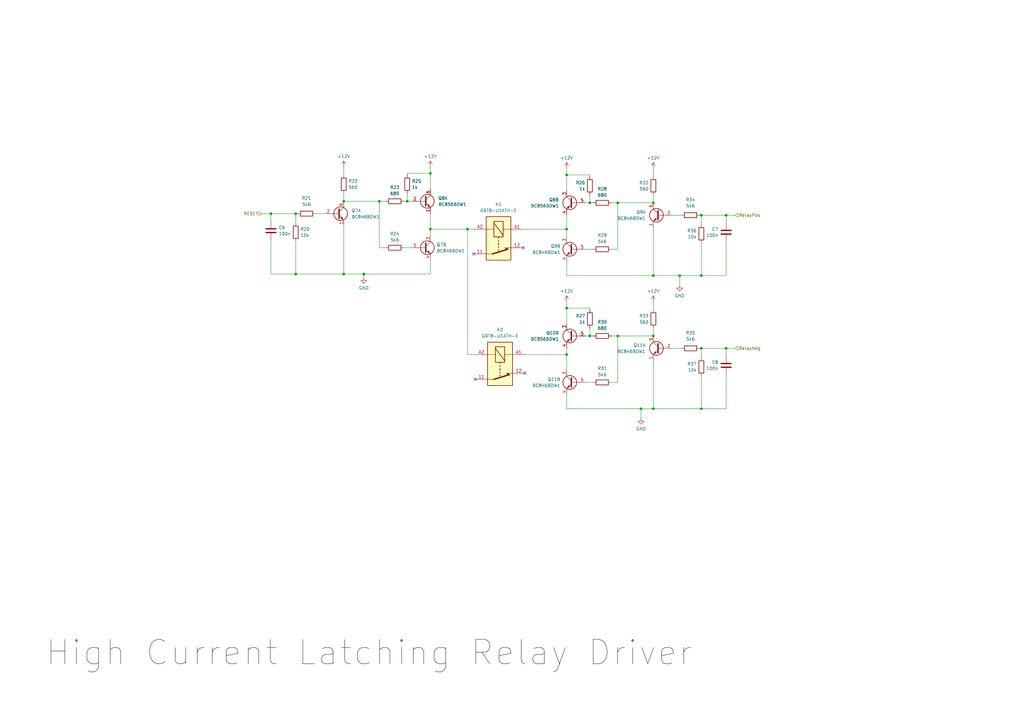
<source format=kicad_sch>
(kicad_sch (version 20230121) (generator eeschema)
  (paper "A3")
  (title_block (title "TEST137- GAVIM Upgrade V2") (date "2024-01-02") (rev "Is01.00") (company "Control Techniques"))
  (lib_symbols
    (symbol "Device:C" (pin_numbers hide) (pin_names (offset 0.254))
      (property "Reference" "C" (at 0.635 2.54 0))
      (property "Value" "C" (at 0.635 -2.54 0))
      (symbol "C_0_1"
        (polyline (pts (xy -2.032 -0.762) (xy 2.032 -0.762)) (stroke (width 0.508)))
        (polyline (pts (xy -2.032 0.762) (xy 2.032 0.762)) (stroke (width 0.508)))
      )
      (symbol "C_1_1"
        (pin passive line (at 0 3.81 270) (length 2.794) (name "~") (number "1"))
        (pin passive line (at 0 -3.81 90) (length 2.794) (name "~") (number "2"))
      )
    )
    (symbol "Device:R" (pin_numbers hide) (pin_names (offset 0))
      (property "Reference" "R" (at 2.032 0 90))
      (property "Value" "R" (at 0 0 90))
      (symbol "R_0_1"
        (rectangle (start -1.016 -2.54) (end 1.016 2.54) (stroke (width 0.254)))
      )
      (symbol "R_1_1"
        (pin passive line (at 0 3.81 270) (length 1.27) (name "~") (number "1"))
        (pin passive line (at 0 -3.81 90) (length 1.27) (name "~") (number "2"))
      )
    )
    (symbol "Relay:RAYEX-L90BS"
      (property "Reference" "K" (at 8.89 3.81 0))
      (property "Value" "RAYEX-L90BS" (at 8.89 1.27 0))
      (symbol "RAYEX-L90BS_1_0"
        (polyline (pts (xy 2.54 3.81) (xy 2.54 5.08)))
      )
      (symbol "RAYEX-L90BS_1_1"
        (rectangle (start -10.16 5.08) (end 7.62 -5.08) (stroke (width 0.254)) (fill (type background)))
        (rectangle (start -8.255 1.905) (end -1.905 -1.905) (stroke (width 0.254)))
        (polyline (pts (xy -7.62 -1.905) (xy -2.54 1.905)) (stroke (width 0.254)))
        (polyline (pts (xy -5.08 -5.08) (xy -5.08 -1.905)))
        (polyline (pts (xy -5.08 5.08) (xy -5.08 1.905)))
        (polyline (pts (xy -1.905 0) (xy -1.27 0)) (stroke (width 0.254)))
        (polyline (pts (xy -0.635 0) (xy 0 0)) (stroke (width 0.254)))
        (polyline (pts (xy 0.635 0) (xy 1.27 0)) (stroke (width 0.254)))
        (polyline (pts (xy 0.635 0) (xy 1.27 0)) (stroke (width 0.254)))
        (polyline (pts (xy 1.905 0) (xy 2.54 0)) (stroke (width 0.254)))
        (polyline (pts (xy 3.175 0) (xy 3.81 0)) (stroke (width 0.254)))
        (polyline (pts (xy 5.08 -2.54) (xy 3.175 3.81)) (stroke (width 0.508)))
        (polyline (pts (xy 5.08 -2.54) (xy 5.08 -5.08)))
        (polyline (pts (xy 2.54 2.54) (xy 3.175 3.175) (xy 2.54 3.81)) (fill (type outline)))
        (pin passive line (at 5.08 -10.16 90) (length 5.08) (name "~") (number "11"))
        (pin passive line (at 2.54 10.16 270) (length 5.08) (name "~") (number "12"))
        (pin passive line (at -5.08 10.16 270) (length 5.08) (name "~") (number "A1"))
        (pin passive line (at -5.08 -10.16 90) (length 5.08) (name "~") (number "A2"))
      )
    )
    (symbol "Transistor_BJT:BC846BDW1" (pin_names (offset 0) hide)
      (property "Reference" "Q" (at 5.08 1.27 0))
      (property "Value" "BC846BDW1" (at 5.08 -1.27 0))
      (symbol "BC846BDW1_0_1"
        (polyline (pts (xy 0.635 0) (xy -2.54 0)))
        (polyline (pts (xy 0.635 0.635) (xy 2.54 2.54)))
        (polyline (pts (xy 0.635 -0.635) (xy 2.54 -2.54) (xy 2.54 -2.54)))
        (polyline (pts (xy 0.635 1.905) (xy 0.635 -1.905) (xy 0.635 -1.905)) (stroke (width 0.508)))
        (polyline (pts (xy 1.27 -1.778) (xy 1.778 -1.27) (xy 2.286 -2.286) (xy 1.27 -1.778) (xy 1.27 -1.778)) (fill (type outline)))
        (circle (center 1.27 0) (radius 2.8194) (stroke (width 0.254)))
      )
      (symbol "BC846BDW1_1_1"
        (pin passive line (at 2.54 -5.08 90) (length 2.54) (name "E1") (number "1"))
        (pin input line (at -5.08 0 0) (length 2.54) (name "B1") (number "2"))
        (pin passive line (at 2.54 5.08 270) (length 2.54) (name "C1") (number "6"))
      )
      (symbol "BC846BDW1_2_1"
        (pin passive line (at 2.54 5.08 270) (length 2.54) (name "C2") (number "3"))
        (pin passive line (at 2.54 -5.08 90) (length 2.54) (name "E2") (number "4"))
        (pin input line (at -5.08 0 0) (length 2.54) (name "B2") (number "5"))
      )
    )
    (symbol "Transistor_BJT:BC856BDW1" (pin_names (offset 0) hide)
      (property "Reference" "Q" (at 5.08 1.27 0))
      (property "Value" "BC856BDW1" (at 5.08 -1.27 0))
      (symbol "BC856BDW1_0_1"
        (polyline (pts (xy 0.635 0) (xy -2.54 0)))
        (polyline (pts (xy 0.635 0.635) (xy 2.54 2.54)))
        (polyline (pts (xy 0.635 -0.635) (xy 2.54 -2.54) (xy 2.54 -2.54)))
        (polyline (pts (xy 0.635 1.905) (xy 0.635 -1.905) (xy 0.635 -1.905)) (stroke (width 0.508)))
        (polyline (pts (xy 2.286 -1.778) (xy 1.778 -2.286) (xy 1.27 -1.27) (xy 2.286 -1.778) (xy 2.286 -1.778)) (fill (type outline)))
        (circle (center 1.27 0) (radius 2.8194) (stroke (width 0.254)))
      )
      (symbol "BC856BDW1_1_1"
        (pin passive line (at 2.54 -5.08 90) (length 2.54) (name "E1") (number "1"))
        (pin input line (at -5.08 0 0) (length 2.54) (name "B1") (number "2"))
        (pin passive line (at 2.54 5.08 270) (length 2.54) (name "C1") (number "6"))
      )
      (symbol "BC856BDW1_2_1"
        (pin passive line (at 2.54 5.08 270) (length 2.54) (name "C2") (number "3"))
        (pin passive line (at 2.54 -5.08 90) (length 2.54) (name "E2") (number "4"))
        (pin input line (at -5.08 0 0) (length 2.54) (name "B2") (number "5"))
      )
    )
    (symbol "power:+12V" (power) (pin_names (offset 0))
      (property "Value" "+12V" (at 0 3.556 0))
      (symbol "+12V_0_1"
        (polyline (pts (xy -0.762 1.27) (xy 0 2.54)))
        (polyline (pts (xy 0 0) (xy 0 2.54)))
        (polyline (pts (xy 0 2.54) (xy 0.762 1.27)))
      )
      (symbol "+12V_1_1"
        (pin power_in line (at 0 0 90) (length 0) hide (name "+12V") (number "1"))
      )
    )
    (symbol "power:GND" (power) (pin_names (offset 0))
      (property "Value" "GND" (at 0 -3.81 0))
      (symbol "GND_0_1"
        (polyline (pts (xy 0 0) (xy 0 -1.27) (xy 1.27 -1.27) (xy 0 -2.54) (xy -1.27 -1.27) (xy 0 -1.27)))
      )
      (symbol "GND_1_1"
        (pin power_in line (at 0 0 270) (length 0) hide (name "GND") (number "1"))
      )
    )
  )
  (junction (at 297.815 142.875))
  (junction (at 155.575 82.55))
  (junction (at 267.97 167.64))
  (junction (at 167.005 82.55))
  (junction (at 267.97 137.795))
  (junction (at 287.655 142.875))
  (junction (at 267.97 83.185))
  (junction (at 232.41 93.98))
  (junction (at 297.815 88.265))
  (junction (at 253.365 83.185))
  (junction (at 140.97 82.55))
  (junction (at 287.655 88.265))
  (junction (at 278.765 113.03))
  (junction (at 140.97 112.395))
  (junction (at 191.77 93.98))
  (junction (at 176.53 71.12))
  (junction (at 149.225 112.395))
  (junction (at 262.89 167.64))
  (junction (at 287.655 113.03))
  (junction (at 253.365 137.795))
  (junction (at 232.41 71.755))
  (junction (at 111.125 87.63))
  (junction (at 241.935 83.185))
  (junction (at 287.655 167.64))
  (junction (at 267.97 113.03))
  (junction (at 232.41 145.415))
  (junction (at 232.41 126.365))
  (junction (at 241.935 137.795))
  (junction (at 121.285 112.395))
  (junction (at 176.53 93.98))
  (junction (at 121.285 87.63))
  (no_connect (at 194.31 104.14))
  (no_connect (at 214.63 101.6))
  (no_connect (at 215.265 153.035))
  (no_connect (at 194.945 155.575))
  (wire (pts (xy 176.53 93.98) (xy 176.53 96.52)))
  (wire (pts (xy 267.97 137.795) (xy 253.365 137.795)))
  (wire (pts (xy 176.53 112.395) (xy 149.225 112.395)))
  (wire (pts (xy 129.54 87.63) (xy 133.35 87.63)))
  (wire (pts (xy 232.41 167.64) (xy 262.89 167.64)))
  (wire (pts (xy 140.97 82.55) (xy 155.575 82.55)))
  (wire (pts (xy 149.225 112.395) (xy 140.97 112.395)))
  (wire (pts (xy 232.41 123.825) (xy 232.41 126.365)))
  (wire (pts (xy 111.125 112.395) (xy 121.285 112.395)))
  (wire (pts (xy 297.815 146.05) (xy 297.815 142.875)))
  (wire (pts (xy 287.655 142.875) (xy 287.02 142.875)))
  (wire (pts (xy 297.815 91.44) (xy 297.815 88.265)))
  (wire (pts (xy 267.97 83.185) (xy 253.365 83.185)))
  (wire (pts (xy 287.655 113.03) (xy 287.655 99.695)))
  (wire (pts (xy 155.575 101.6) (xy 155.575 82.55)))
  (wire (pts (xy 253.365 156.845) (xy 253.365 137.795)))
  (wire (pts (xy 267.97 69.215) (xy 267.97 72.39)))
  (wire (pts (xy 176.53 87.63) (xy 176.53 93.98)))
  (wire (pts (xy 287.655 142.875) (xy 287.655 146.685)))
  (wire (pts (xy 297.815 142.875) (xy 287.655 142.875)))
  (wire (pts (xy 111.125 98.425) (xy 111.125 112.395)))
  (wire (pts (xy 232.41 161.925) (xy 232.41 167.64)))
  (wire (pts (xy 176.53 106.68) (xy 176.53 112.395)))
  (wire (pts (xy 232.41 107.315) (xy 232.41 113.03)))
  (wire (pts (xy 176.53 93.98) (xy 191.77 93.98)))
  (wire (pts (xy 267.97 167.64) (xy 287.655 167.64)))
  (wire (pts (xy 232.41 69.215) (xy 232.41 71.755)))
  (wire (pts (xy 232.41 145.415) (xy 232.41 151.765)))
  (wire (pts (xy 140.97 79.375) (xy 140.97 82.55)))
  (wire (pts (xy 301.625 142.875) (xy 297.815 142.875)))
  (wire (pts (xy 243.205 83.185) (xy 241.935 83.185)))
  (wire (pts (xy 253.365 137.795) (xy 250.825 137.795)))
  (wire (pts (xy 243.205 102.235) (xy 240.03 102.235)))
  (wire (pts (xy 267.97 123.825) (xy 267.97 127)))
  (wire (pts (xy 279.4 88.265) (xy 275.59 88.265)))
  (wire (pts (xy 149.225 112.395) (xy 149.225 113.665)))
  (wire (pts (xy 121.285 87.63) (xy 121.92 87.63)))
  (wire (pts (xy 262.89 167.64) (xy 262.89 171.45)))
  (wire (pts (xy 167.005 82.55) (xy 168.91 82.55)))
  (wire (pts (xy 241.935 83.185) (xy 240.03 83.185)))
  (wire (pts (xy 262.89 167.64) (xy 267.97 167.64)))
  (wire (pts (xy 267.97 134.62) (xy 267.97 137.795)))
  (wire (pts (xy 155.575 82.55) (xy 158.115 82.55)))
  (wire (pts (xy 232.41 93.98) (xy 232.41 97.155)))
  (wire (pts (xy 165.735 101.6) (xy 168.91 101.6)))
  (wire (pts (xy 232.41 88.265) (xy 232.41 93.98)))
  (wire (pts (xy 158.115 101.6) (xy 155.575 101.6)))
  (wire (pts (xy 194.945 145.415) (xy 191.77 145.415)))
  (wire (pts (xy 167.005 71.12) (xy 176.53 71.12)))
  (wire (pts (xy 121.285 112.395) (xy 121.285 99.06)))
  (wire (pts (xy 297.815 113.03) (xy 287.655 113.03)))
  (wire (pts (xy 243.205 137.795) (xy 241.935 137.795)))
  (wire (pts (xy 250.825 102.235) (xy 253.365 102.235)))
  (wire (pts (xy 297.815 153.67) (xy 297.815 167.64)))
  (wire (pts (xy 241.935 137.795) (xy 240.03 137.795)))
  (wire (pts (xy 214.63 93.98) (xy 232.41 93.98)))
  (wire (pts (xy 232.41 71.755) (xy 232.41 78.105)))
  (wire (pts (xy 232.41 126.365) (xy 232.41 132.715)))
  (wire (pts (xy 232.41 142.875) (xy 232.41 145.415)))
  (wire (pts (xy 241.935 71.755) (xy 241.935 72.39)))
  (wire (pts (xy 241.935 126.365) (xy 232.41 126.365)))
  (wire (pts (xy 107.315 87.63) (xy 111.125 87.63)))
  (wire (pts (xy 232.41 113.03) (xy 267.97 113.03)))
  (wire (pts (xy 267.97 80.01) (xy 267.97 83.185)))
  (wire (pts (xy 253.365 102.235) (xy 253.365 83.185)))
  (wire (pts (xy 287.655 88.265) (xy 287.02 88.265)))
  (wire (pts (xy 191.77 93.98) (xy 194.31 93.98)))
  (wire (pts (xy 287.655 167.64) (xy 287.655 154.305)))
  (wire (pts (xy 176.53 68.58) (xy 176.53 71.12)))
  (wire (pts (xy 267.97 93.345) (xy 267.97 113.03)))
  (wire (pts (xy 111.125 90.805) (xy 111.125 87.63)))
  (wire (pts (xy 140.97 68.58) (xy 140.97 71.755)))
  (wire (pts (xy 278.765 113.03) (xy 278.765 116.84)))
  (wire (pts (xy 176.53 71.12) (xy 176.53 77.47)))
  (wire (pts (xy 140.97 92.71) (xy 140.97 112.395)))
  (wire (pts (xy 279.4 142.875) (xy 275.59 142.875)))
  (wire (pts (xy 297.815 88.265) (xy 287.655 88.265)))
  (wire (pts (xy 241.935 126.365) (xy 241.935 127)))
  (wire (pts (xy 297.815 167.64) (xy 287.655 167.64)))
  (wire (pts (xy 301.625 88.265) (xy 297.815 88.265)))
  (wire (pts (xy 121.285 87.63) (xy 121.285 91.44)))
  (wire (pts (xy 253.365 83.185) (xy 250.825 83.185)))
  (wire (pts (xy 278.765 113.03) (xy 287.655 113.03)))
  (wire (pts (xy 167.005 71.12) (xy 167.005 71.755)))
  (wire (pts (xy 267.97 147.955) (xy 267.97 167.64)))
  (wire (pts (xy 287.655 88.265) (xy 287.655 92.075)))
  (wire (pts (xy 165.735 82.55) (xy 167.005 82.55)))
  (wire (pts (xy 241.935 71.755) (xy 232.41 71.755)))
  (wire (pts (xy 267.97 113.03) (xy 278.765 113.03)))
  (wire (pts (xy 140.97 112.395) (xy 121.285 112.395)))
  (wire (pts (xy 191.77 93.98) (xy 191.77 145.415)))
  (wire (pts (xy 215.265 145.415) (xy 232.41 145.415)))
  (wire (pts (xy 241.935 134.62) (xy 241.935 137.795)))
  (wire (pts (xy 241.935 80.01) (xy 241.935 83.185)))
  (wire (pts (xy 111.125 87.63) (xy 121.285 87.63)))
  (wire (pts (xy 167.005 79.375) (xy 167.005 82.55)))
  (wire (pts (xy 297.815 99.06) (xy 297.815 113.03)))
  (wire (pts (xy 250.825 156.845) (xy 253.365 156.845)))
  (wire (pts (xy 243.205 156.845) (xy 240.03 156.845)))
  (label "High Current Latching Relay Driver" (at 18.415 276.225 0) (effects (font (size 10 10))))
  (hierarchical_label "RESET" (shape input) (at 107.315 87.63 180))
  (hierarchical_label "RelayPos" (shape input) (at 301.625 88.265 0))
  (hierarchical_label "RelayNeg" (shape input) (at 301.625 142.875 0))
  (symbol (lib_id "Device:R") (at 241.935 130.81 0) (mirror y) (unit 1)
    (property "Reference" "R27" (at 240.03 129.54 0) (effects (justify left)))
    (property "Value" "1k" (at 240.03 132.08 0) (effects (justify left)))
    (property "Footprint" "Resistor_SMD:R_0603_1608Metric_Pad0.98x0.95mm_HandSolder" (effects hide))
    (property "CT Part Number" "1127-4101" (effects hide))
    (instances (project "TEST137" (path "" (reference "R27") (unit 1)) (path "" (reference "R45") (unit 1)) (path "" (reference "R63") (unit 1)) (path "" (reference "R81") (unit 1)) (path "" (reference "R117") (unit 1)) (path "" (reference "R135") (unit 1)) (path "" (reference "R99") (unit 1))))
  )
  (symbol (lib_id "power:GND") (at 262.89 171.45 0) (unit 1)
    (property "Reference" "#PWR0124" (effects hide))
    (property "Value" "GND" (at 262.89 175.895 0))
    (instances (project "TEST137" (path "" (reference "#PWR0124") (unit 1)) (path "" (reference "#PWR0125") (unit 1)) (path "" (reference "#PWR0126") (unit 1)) (path "" (reference "#PWR0127") (unit 1)) (path "" (reference "#PWR0128") (unit 1)) (path "" (reference "#PWR0129") (unit 1)) (path "" (reference "#PWR0130") (unit 1))))
  )
  (symbol (lib_id "power:+12V") (at 267.97 123.825 0) (mirror y) (unit 1)
    (property "Reference" "#PWR037" (effects hide))
    (property "Value" "+12V" (at 267.97 119.38 0))
    (instances (project "TEST137" (path "" (reference "#PWR037") (unit 1)) (path "" (reference "#PWR043") (unit 1)) (path "" (reference "#PWR049") (unit 1)) (path "" (reference "#PWR055") (unit 1)) (path "" (reference "#PWR067") (unit 1)) (path "" (reference "#PWR073") (unit 1)) (path "" (reference "#PWR061") (unit 1))))
  )
  (symbol (lib_id "Device:R") (at 247.015 83.185 90) (mirror x) (unit 1)
    (property "Reference" "R28" (at 247.015 77.47 90))
    (property "Value" "680" (at 247.015 80.01 90))
    (property "Footprint" "Resistor_SMD:R_0603_1608Metric_Pad0.98x0.95mm_HandSolder" (effects hide))
    (property "CT Part Number" "1127-3681" (effects hide))
    (instances (project "TEST137" (path "" (reference "R28") (unit 1)) (path "" (reference "R46") (unit 1)) (path "" (reference "R64") (unit 1)) (path "" (reference "R82") (unit 1)) (path "" (reference "R118") (unit 1)) (path "" (reference "R136") (unit 1)) (path "" (reference "R100") (unit 1))))
  )
  (symbol (lib_id "Device:R") (at 267.97 76.2 0) (mirror x) (unit 1)
    (property "Reference" "R32" (at 266.065 74.93 0) (effects (justify right)))
    (property "Value" "560" (at 266.065 77.47 0) (effects (justify right)))
    (property "Footprint" "Resistor_SMD:R_1206_3216Metric_Pad1.30x1.75mm_HandSolder" (effects hide))
    (property "CT Part Number" "1125-3561" (effects hide))
    (instances (project "TEST137" (path "" (reference "R32") (unit 1)) (path "" (reference "R50") (unit 1)) (path "" (reference "R68") (unit 1)) (path "" (reference "R86") (unit 1)) (path "" (reference "R122") (unit 1)) (path "" (reference "R140") (unit 1)) (path "" (reference "R104") (unit 1))))
  )
  (symbol (lib_id "Transistor_BJT:BC856BDW1") (at 234.95 137.795 0) (mirror y) (unit 2)
    (property "Reference" "Q10" (at 229.235 136.525 0) (effects (justify left)))
    (property "Value" "BC856BDW1" (at 229.235 139.065 0) (effects (justify left)))
    (property "Footprint" "Package_TO_SOT_SMD:SOT-363_SC-70-6" (effects hide))
    (property "Datasheet" "http://www.onsemi.com/pub_link/Collateral/BC856BDW1T1-D.PDF" (effects hide))
    (property "CT Part Number" "2142-3856" (effects hide))
    (instances (project "TEST137" (path "" (reference "Q10") (unit 2)) (path "" (reference "Q15") (unit 2)) (path "" (reference "Q20") (unit 2)) (path "" (reference "Q25") (unit 2)) (path "" (reference "Q37") (unit 2)) (path "" (reference "Q43") (unit 2)) (path "" (reference "Q5") (unit 2))))
  )
  (symbol (lib_id "Device:R") (at 287.655 150.495 0) (mirror x) (unit 1)
    (property "Reference" "R37" (at 285.75 149.225 0) (effects (justify right)))
    (property "Value" "10k" (at 285.75 151.765 0) (effects (justify right)))
    (property "Footprint" "Resistor_SMD:R_0603_1608Metric_Pad0.98x0.95mm_HandSolder" (effects hide))
    (property "CT Part Number" "1127-5101" (effects hide))
    (property "Mouser Part Number" "LM321" (effects hide))
    (instances (project "TEST137" (path "" (reference "R37") (unit 1)) (path "" (reference "R55") (unit 1)) (path "" (reference "R73") (unit 1)) (path "" (reference "R91") (unit 1)) (path "" (reference "R127") (unit 1)) (path "" (reference "R145") (unit 1)) (path "" (reference "R109") (unit 1))))
  )
  (symbol (lib_id "Device:C") (at 111.125 94.615 0) (unit 1)
    (property "Reference" "C6" (at 114.3 93.345 0) (effects (justify left)))
    (property "Value" "100n" (at 114.3 95.885 0) (effects (justify left)))
    (property "Footprint" "Capacitor_SMD:C_0603_1608Metric_Pad1.08x0.95mm_HandSolder" (effects hide))
    (property "CT Part Number" "1425-6103" (effects hide))
    (instances (project "TEST137" (path "" (reference "C6") (unit 1)) (path "" (reference "C9") (unit 1)) (path "" (reference "C12") (unit 1)) (path "" (reference "C15") (unit 1)) (path "" (reference "C21") (unit 1)) (path "" (reference "C24") (unit 1)) (path "" (reference "C18") (unit 1))))
  )
  (symbol (lib_id "Device:R") (at 283.21 142.875 270) (mirror x) (unit 1)
    (property "Reference" "R35" (at 283.21 136.525 90))
    (property "Value" "5k6" (at 283.21 139.065 90))
    (property "Footprint" "Resistor_SMD:R_0603_1608Metric_Pad0.98x0.95mm_HandSolder" (effects hide))
    (property "CT Part Number" "1127-4561" (effects hide))
    (instances (project "TEST137" (path "" (reference "R35") (unit 1)) (path "" (reference "R53") (unit 1)) (path "" (reference "R71") (unit 1)) (path "" (reference "R89") (unit 1)) (path "" (reference "R125") (unit 1)) (path "" (reference "R143") (unit 1)) (path "" (reference "R107") (unit 1))))
  )
  (symbol (lib_id "Transistor_BJT:BC846BDW1") (at 270.51 88.265 0) (mirror y) (unit 1)
    (property "Reference" "Q9" (at 264.795 86.995 0) (effects (justify left)))
    (property "Value" "BC846BDW1" (at 264.795 89.535 0) (effects (justify left)))
    (property "Footprint" "Package_TO_SOT_SMD:SOT-363_SC-70-6" (effects hide))
    (property "Datasheet" "http://www.onsemi.com/pub_link/Collateral/BC846BDW1T1-D.PDF" (effects hide))
    (property "CT Part Number" "2142-1846" (effects hide))
    (instances (project "TEST137" (path "" (reference "Q9") (unit 1)) (path "" (reference "Q14") (unit 1)) (path "" (reference "Q19") (unit 1)) (path "" (reference "Q24") (unit 1)) (path "" (reference "Q38") (unit 1)) (path "" (reference "Q42") (unit 1)) (path "" (reference "Q33") (unit 1))))
  )
  (symbol (lib_id "Transistor_BJT:BC846BDW1") (at 234.95 102.235 0) (mirror y) (unit 2)
    (property "Reference" "Q9" (at 229.87 100.965 0) (effects (justify left)))
    (property "Value" "BC846BDW1" (at 229.87 103.505 0) (effects (justify left)))
    (property "Footprint" "Package_TO_SOT_SMD:SOT-363_SC-70-6" (effects hide))
    (property "Datasheet" "http://www.onsemi.com/pub_link/Collateral/BC846BDW1T1-D.PDF" (effects hide))
    (property "CT Part Number" "2142-1846" (effects hide))
    (instances (project "TEST137" (path "" (reference "Q9") (unit 2)) (path "" (reference "Q14") (unit 2)) (path "" (reference "Q19") (unit 2)) (path "" (reference "Q24") (unit 2)) (path "" (reference "Q38") (unit 2)) (path "" (reference "Q42") (unit 2)) (path "" (reference "Q33") (unit 2))))
  )
  (symbol (lib_id "Device:R") (at 283.21 88.265 270) (mirror x) (unit 1)
    (property "Reference" "R34" (at 283.21 81.915 90))
    (property "Value" "5k6" (at 283.21 84.455 90))
    (property "Footprint" "Resistor_SMD:R_0603_1608Metric_Pad0.98x0.95mm_HandSolder" (effects hide))
    (property "CT Part Number" "1127-4561" (effects hide))
    (instances (project "TEST137" (path "" (reference "R34") (unit 1)) (path "" (reference "R52") (unit 1)) (path "" (reference "R70") (unit 1)) (path "" (reference "R88") (unit 1)) (path "" (reference "R124") (unit 1)) (path "" (reference "R142") (unit 1)) (path "" (reference "R106") (unit 1))))
  )
  (symbol (lib_id "Transistor_BJT:BC846BDW1") (at 173.99 101.6 0) (unit 2)
    (property "Reference" "Q7" (at 179.07 100.33 0) (effects (justify left)))
    (property "Value" "BC846BDW1" (at 179.07 102.87 0) (effects (justify left)))
    (property "Footprint" "Package_TO_SOT_SMD:SOT-363_SC-70-6" (effects hide))
    (property "Datasheet" "http://www.onsemi.com/pub_link/Collateral/BC846BDW1T1-D.PDF" (effects hide))
    (property "CT Part Number" "2142-1846" (effects hide))
    (instances (project "TEST137" (path "" (reference "Q7") (unit 2)) (path "" (reference "Q12") (unit 2)) (path "" (reference "Q17") (unit 2)) (path "" (reference "Q22") (unit 2)) (path "" (reference "Q4") (unit 2)) (path "" (reference "Q35") (unit 2)) (path "" (reference "Q29") (unit 2))))
  )
  (symbol (lib_id "Transistor_BJT:BC856BDW1") (at 234.95 83.185 0) (mirror y) (unit 2)
    (property "Reference" "Q8" (at 229.235 81.915 0) (effects (justify left)))
    (property "Value" "BC856BDW1" (at 229.235 84.455 0) (effects (justify left)))
    (property "Footprint" "Package_TO_SOT_SMD:SOT-363_SC-70-6" (effects hide))
    (property "Datasheet" "http://www.onsemi.com/pub_link/Collateral/BC856BDW1T1-D.PDF" (effects hide))
    (property "CT Part Number" "2142-3856" (effects hide))
    (instances (project "TEST137" (path "" (reference "Q8") (unit 2)) (path "" (reference "Q13") (unit 2)) (path "" (reference "Q18") (unit 2)) (path "" (reference "Q23") (unit 2)) (path "" (reference "Q30") (unit 2)) (path "" (reference "Q36") (unit 2)) (path "" (reference "Q28") (unit 2))))
  )
  (symbol (lib_id "power:+12V") (at 176.53 68.58 0) (unit 1)
    (property "Reference" "#PWR033" (effects hide))
    (property "Value" "+12V" (at 176.53 64.135 0))
    (instances (project "TEST137" (path "" (reference "#PWR033") (unit 1)) (path "" (reference "#PWR039") (unit 1)) (path "" (reference "#PWR045") (unit 1)) (path "" (reference "#PWR051") (unit 1)) (path "" (reference "#PWR063") (unit 1)) (path "" (reference "#PWR069") (unit 1)) (path "" (reference "#PWR057") (unit 1))))
  )
  (symbol (lib_id "Transistor_BJT:BC846BDW1") (at 138.43 87.63 0) (unit 1)
    (property "Reference" "Q7" (at 144.145 86.36 0) (effects (justify left)))
    (property "Value" "BC846BDW1" (at 144.145 88.9 0) (effects (justify left)))
    (property "Footprint" "Package_TO_SOT_SMD:SOT-363_SC-70-6" (effects hide))
    (property "Datasheet" "http://www.onsemi.com/pub_link/Collateral/BC846BDW1T1-D.PDF" (effects hide))
    (property "CT Part Number" "2142-1846" (effects hide))
    (instances (project "TEST137" (path "" (reference "Q7") (unit 1)) (path "" (reference "Q12") (unit 1)) (path "" (reference "Q17") (unit 1)) (path "" (reference "Q22") (unit 1)) (path "" (reference "Q4") (unit 1)) (path "" (reference "Q35") (unit 1)) (path "" (reference "Q29") (unit 1))))
  )
  (symbol (lib_id "Device:C") (at 297.815 95.25 0) (mirror y) (unit 1)
    (property "Reference" "C7" (at 294.64 93.98 0) (effects (justify left)))
    (property "Value" "100n" (at 294.64 96.52 0) (effects (justify left)))
    (property "Footprint" "Capacitor_SMD:C_0603_1608Metric_Pad1.08x0.95mm_HandSolder" (effects hide))
    (property "CT Part Number" "1425-6103" (effects hide))
    (instances (project "TEST137" (path "" (reference "C7") (unit 1)) (path "" (reference "C10") (unit 1)) (path "" (reference "C13") (unit 1)) (path "" (reference "C16") (unit 1)) (path "" (reference "C22") (unit 1)) (path "" (reference "C25") (unit 1)) (path "" (reference "C19") (unit 1))))
  )
  (symbol (lib_id "Device:R") (at 161.925 82.55 270) (unit 1)
    (property "Reference" "R23" (at 161.925 76.835 90))
    (property "Value" "680" (at 161.925 79.375 90))
    (property "Footprint" "Resistor_SMD:R_0603_1608Metric_Pad0.98x0.95mm_HandSolder" (effects hide))
    (property "CT Part Number" "1127-3681" (effects hide))
    (instances (project "TEST137" (path "" (reference "R23") (unit 1)) (path "" (reference "R41") (unit 1)) (path "" (reference "R59") (unit 1)) (path "" (reference "R77") (unit 1)) (path "" (reference "R113") (unit 1)) (path "" (reference "R131") (unit 1)) (path "" (reference "R95") (unit 1))))
  )
  (symbol (lib_id "Device:R") (at 167.005 75.565 0) (unit 1)
    (property "Reference" "R25" (at 168.91 74.295 0) (effects (justify left)))
    (property "Value" "1k" (at 168.91 76.835 0) (effects (justify left)))
    (property "Footprint" "Resistor_SMD:R_0603_1608Metric_Pad0.98x0.95mm_HandSolder" (effects hide))
    (property "CT Part Number" "1127-4101" (effects hide))
    (instances (project "TEST137" (path "" (reference "R25") (unit 1)) (path "" (reference "R43") (unit 1)) (path "" (reference "R61") (unit 1)) (path "" (reference "R79") (unit 1)) (path "" (reference "R115") (unit 1)) (path "" (reference "R133") (unit 1)) (path "" (reference "R97") (unit 1))))
  )
  (symbol (lib_id "Device:R") (at 140.97 75.565 180) (unit 1)
    (property "Reference" "R22" (at 142.875 74.295 0) (effects (justify right)))
    (property "Value" "560" (at 142.875 76.835 0) (effects (justify right)))
    (property "Footprint" "Resistor_SMD:R_1206_3216Metric_Pad1.30x1.75mm_HandSolder" (effects hide))
    (property "CT Part Number" "1125-3561" (effects hide))
    (instances (project "TEST137" (path "" (reference "R22") (unit 1)) (path "" (reference "R40") (unit 1)) (path "" (reference "R58") (unit 1)) (path "" (reference "R76") (unit 1)) (path "" (reference "R112") (unit 1)) (path "" (reference "R130") (unit 1)) (path "" (reference "R94") (unit 1))))
  )
  (symbol (lib_id "Device:R") (at 125.73 87.63 90) (unit 1)
    (property "Reference" "R21" (at 125.73 81.28 90))
    (property "Value" "5k6" (at 125.73 83.82 90))
    (property "Footprint" "Resistor_SMD:R_0603_1608Metric_Pad0.98x0.95mm_HandSolder" (effects hide))
    (property "CT Part Number" "1127-4561" (effects hide))
    (instances (project "TEST137" (path "" (reference "R21") (unit 1)) (path "" (reference "R39") (unit 1)) (path "" (reference "R57") (unit 1)) (path "" (reference "R75") (unit 1)) (path "" (reference "R111") (unit 1)) (path "" (reference "R129") (unit 1)) (path "" (reference "R93") (unit 1))))
  )
  (symbol (lib_id "Device:R") (at 241.935 76.2 0) (mirror y) (unit 1)
    (property "Reference" "R26" (at 240.03 74.93 0) (effects (justify left)))
    (property "Value" "1k" (at 240.03 77.47 0) (effects (justify left)))
    (property "Footprint" "Resistor_SMD:R_0603_1608Metric_Pad0.98x0.95mm_HandSolder" (effects hide))
    (property "CT Part Number" "1127-4101" (effects hide))
    (instances (project "TEST137" (path "" (reference "R26") (unit 1)) (path "" (reference "R44") (unit 1)) (path "" (reference "R62") (unit 1)) (path "" (reference "R80") (unit 1)) (path "" (reference "R116") (unit 1)) (path "" (reference "R134") (unit 1)) (path "" (reference "R98") (unit 1))))
  )
  (symbol (lib_id "Device:R") (at 121.285 95.25 180) (unit 1)
    (property "Reference" "R20" (at 123.19 93.98 0) (effects (justify right)))
    (property "Value" "10k" (at 123.19 96.52 0) (effects (justify right)))
    (property "Footprint" "Resistor_SMD:R_0603_1608Metric_Pad0.98x0.95mm_HandSolder" (effects hide))
    (property "CT Part Number" "1127-5101" (effects hide))
    (property "Mouser Part Number" "LM321" (effects hide))
    (instances (project "TEST137" (path "" (reference "R20") (unit 1)) (path "" (reference "R38") (unit 1)) (path "" (reference "R56") (unit 1)) (path "" (reference "R74") (unit 1)) (path "" (reference "R110") (unit 1)) (path "" (reference "R128") (unit 1)) (path "" (reference "R92") (unit 1))))
  )
  (symbol (lib_id "Device:R") (at 287.655 95.885 0) (mirror x) (unit 1)
    (property "Reference" "R36" (at 285.75 94.615 0) (effects (justify right)))
    (property "Value" "10k" (at 285.75 97.155 0) (effects (justify right)))
    (property "Footprint" "Resistor_SMD:R_0603_1608Metric_Pad0.98x0.95mm_HandSolder" (effects hide))
    (property "CT Part Number" "1127-5101" (effects hide))
    (property "Mouser Part Number" "LM321" (effects hide))
    (instances (project "TEST137" (path "" (reference "R36") (unit 1)) (path "" (reference "R54") (unit 1)) (path "" (reference "R72") (unit 1)) (path "" (reference "R90") (unit 1)) (path "" (reference "R126") (unit 1)) (path "" (reference "R144") (unit 1)) (path "" (reference "R108") (unit 1))))
  )
  (symbol (lib_id "power:GND") (at 149.225 113.665 0) (unit 1)
    (property "Reference" "#PWR0110" (effects hide))
    (property "Value" "GND" (at 149.225 118.11 0))
    (instances (project "TEST137" (path "" (reference "#PWR0110") (unit 1)) (path "" (reference "#PWR0111") (unit 1)) (path "" (reference "#PWR0112") (unit 1)) (path "" (reference "#PWR0113") (unit 1)) (path "" (reference "#PWR0114") (unit 1)) (path "" (reference "#PWR0115") (unit 1)) (path "" (reference "#PWR0116") (unit 1))))
  )
  (symbol (lib_id "Relay:RAYEX-L90BS") (at 204.47 99.06 270) (unit 1)
    (property "Reference" "K1" (at 204.47 83.82 90))
    (property "Value" "G9TB-U1ATH-E" (at 204.47 86.36 90))
    (property "Footprint" "CustomPads:G9TB" (effects hide))
    (property "CT Part Number" "N/A" (effects hide))
    (property "Link (Ext)" "https://www.mouser.co.uk/ProductDetail/Omron-Electronics/G9TB-U1ATH-E-DC12?qs=F5EMLAvA7IAumv1OAL5uBQ%3D%3D" (effects hide))
    (instances (project "TEST137" (path "" (reference "K1") (unit 1)) (path "" (reference "K3") (unit 1)) (path "" (reference "K5") (unit 1)) (path "" (reference "K7") (unit 1)) (path "" (reference "K11") (unit 1)) (path "" (reference "K13") (unit 1)) (path "" (reference "K9") (unit 1))))
  )
  (symbol (lib_id "Device:R") (at 247.015 102.235 90) (mirror x) (unit 1)
    (property "Reference" "R29" (at 247.015 96.52 90))
    (property "Value" "5k6" (at 247.015 99.06 90))
    (property "Footprint" "Resistor_SMD:R_0603_1608Metric_Pad0.98x0.95mm_HandSolder" (effects hide))
    (property "CT Part Number" "1127-4561" (effects hide))
    (instances (project "TEST137" (path "" (reference "R29") (unit 1)) (path "" (reference "R47") (unit 1)) (path "" (reference "R65") (unit 1)) (path "" (reference "R83") (unit 1)) (path "" (reference "R119") (unit 1)) (path "" (reference "R137") (unit 1)) (path "" (reference "R101") (unit 1))))
  )
  (symbol (lib_id "Device:R") (at 267.97 130.81 0) (mirror x) (unit 1)
    (property "Reference" "R33" (at 266.065 129.54 0) (effects (justify right)))
    (property "Value" "560" (at 266.065 132.08 0) (effects (justify right)))
    (property "Footprint" "Resistor_SMD:R_1206_3216Metric_Pad1.30x1.75mm_HandSolder" (effects hide))
    (property "CT Part Number" "1125-3561" (effects hide))
    (instances (project "TEST137" (path "" (reference "R33") (unit 1)) (path "" (reference "R51") (unit 1)) (path "" (reference "R69") (unit 1)) (path "" (reference "R87") (unit 1)) (path "" (reference "R123") (unit 1)) (path "" (reference "R141") (unit 1)) (path "" (reference "R105") (unit 1))))
  )
  (symbol (lib_id "Transistor_BJT:BC846BDW1") (at 270.51 142.875 0) (mirror y) (unit 1)
    (property "Reference" "Q11" (at 264.795 141.605 0) (effects (justify left)))
    (property "Value" "BC846BDW1" (at 264.795 144.145 0) (effects (justify left)))
    (property "Footprint" "Package_TO_SOT_SMD:SOT-363_SC-70-6" (effects hide))
    (property "Datasheet" "http://www.onsemi.com/pub_link/Collateral/BC846BDW1T1-D.PDF" (effects hide))
    (property "CT Part Number" "2142-1846" (effects hide))
    (instances (project "TEST137" (path "" (reference "Q11") (unit 1)) (path "" (reference "Q16") (unit 1)) (path "" (reference "Q21") (unit 1)) (path "" (reference "Q26") (unit 1)) (path "" (reference "Q39") (unit 1)) (path "" (reference "Q44") (unit 1)) (path "" (reference "Q34") (unit 1))))
  )
  (symbol (lib_id "Transistor_BJT:BC846BDW1") (at 234.95 156.845 0) (mirror y) (unit 2)
    (property "Reference" "Q11" (at 229.87 155.575 0) (effects (justify left)))
    (property "Value" "BC846BDW1" (at 229.87 158.115 0) (effects (justify left)))
    (property "Footprint" "Package_TO_SOT_SMD:SOT-363_SC-70-6" (effects hide))
    (property "Datasheet" "http://www.onsemi.com/pub_link/Collateral/BC846BDW1T1-D.PDF" (effects hide))
    (property "CT Part Number" "2142-1846" (effects hide))
    (instances (project "TEST137" (path "" (reference "Q11") (unit 2)) (path "" (reference "Q16") (unit 2)) (path "" (reference "Q21") (unit 2)) (path "" (reference "Q26") (unit 2)) (path "" (reference "Q39") (unit 2)) (path "" (reference "Q44") (unit 2)) (path "" (reference "Q34") (unit 2))))
  )
  (symbol (lib_id "Device:R") (at 247.015 137.795 90) (mirror x) (unit 1)
    (property "Reference" "R30" (at 247.015 132.08 90))
    (property "Value" "680" (at 247.015 134.62 90))
    (property "Footprint" "Resistor_SMD:R_0603_1608Metric_Pad0.98x0.95mm_HandSolder" (effects hide))
    (property "CT Part Number" "1127-3681" (effects hide))
    (instances (project "TEST137" (path "" (reference "R30") (unit 1)) (path "" (reference "R48") (unit 1)) (path "" (reference "R66") (unit 1)) (path "" (reference "R84") (unit 1)) (path "" (reference "R120") (unit 1)) (path "" (reference "R138") (unit 1)) (path "" (reference "R102") (unit 1))))
  )
  (symbol (lib_id "Device:C") (at 297.815 149.86 0) (mirror y) (unit 1)
    (property "Reference" "C8" (at 294.64 148.59 0) (effects (justify left)))
    (property "Value" "100n" (at 294.64 151.13 0) (effects (justify left)))
    (property "Footprint" "Capacitor_SMD:C_0603_1608Metric_Pad1.08x0.95mm_HandSolder" (effects hide))
    (property "CT Part Number" "1425-6103" (effects hide))
    (instances (project "TEST137" (path "" (reference "C8") (unit 1)) (path "" (reference "C11") (unit 1)) (path "" (reference "C14") (unit 1)) (path "" (reference "C17") (unit 1)) (path "" (reference "C23") (unit 1)) (path "" (reference "C26") (unit 1)) (path "" (reference "C20") (unit 1))))
  )
  (symbol (lib_id "Relay:RAYEX-L90BS") (at 205.105 150.495 270) (unit 1)
    (property "Reference" "K2" (at 205.105 135.255 90))
    (property "Value" "G9TB-U1ATH-E" (at 205.105 137.795 90))
    (property "Footprint" "CustomPads:G9TB" (effects hide))
    (property "CT Part Number" "N/A" (effects hide))
    (property "Link (Ext)" "https://www.mouser.co.uk/ProductDetail/Omron-Electronics/G9TB-U1ATH-E-DC12?qs=F5EMLAvA7IAumv1OAL5uBQ%3D%3D" (effects hide))
    (instances (project "TEST137" (path "" (reference "K2") (unit 1)) (path "" (reference "K4") (unit 1)) (path "" (reference "K6") (unit 1)) (path "" (reference "K8") (unit 1)) (path "" (reference "K12") (unit 1)) (path "" (reference "K14") (unit 1)) (path "" (reference "K10") (unit 1))))
  )
  (symbol (lib_id "power:+12V") (at 232.41 123.825 0) (mirror y) (unit 1)
    (property "Reference" "#PWR035" (effects hide))
    (property "Value" "+12V" (at 232.41 119.38 0))
    (instances (project "TEST137" (path "" (reference "#PWR035") (unit 1)) (path "" (reference "#PWR041") (unit 1)) (path "" (reference "#PWR047") (unit 1)) (path "" (reference "#PWR053") (unit 1)) (path "" (reference "#PWR065") (unit 1)) (path "" (reference "#PWR071") (unit 1)) (path "" (reference "#PWR059") (unit 1))))
  )
  (symbol (lib_id "Transistor_BJT:BC856BDW1") (at 173.99 82.55 0) (unit 1)
    (property "Reference" "Q8" (at 179.705 81.28 0) (effects (justify left)))
    (property "Value" "BC856BDW1" (at 179.705 83.82 0) (effects (justify left)))
    (property "Footprint" "Package_TO_SOT_SMD:SOT-363_SC-70-6" (effects hide))
    (property "Datasheet" "http://www.onsemi.com/pub_link/Collateral/BC856BDW1T1-D.PDF" (effects hide))
    (property "CT Part Number" "2142-3856" (effects hide))
    (instances (project "TEST137" (path "" (reference "Q8") (unit 1)) (path "" (reference "Q13") (unit 1)) (path "" (reference "Q18") (unit 1)) (path "" (reference "Q23") (unit 1)) (path "" (reference "Q30") (unit 1)) (path "" (reference "Q36") (unit 1)) (path "" (reference "Q28") (unit 1))))
  )
  (symbol (lib_id "power:+12V") (at 232.41 69.215 0) (mirror y) (unit 1)
    (property "Reference" "#PWR034" (effects hide))
    (property "Value" "+12V" (at 232.41 64.77 0))
    (instances (project "TEST137" (path "" (reference "#PWR034") (unit 1)) (path "" (reference "#PWR040") (unit 1)) (path "" (reference "#PWR046") (unit 1)) (path "" (reference "#PWR052") (unit 1)) (path "" (reference "#PWR064") (unit 1)) (path "" (reference "#PWR070") (unit 1)) (path "" (reference "#PWR058") (unit 1))))
  )
  (symbol (lib_id "Device:R") (at 161.925 101.6 270) (unit 1)
    (property "Reference" "R24" (at 161.925 95.885 90))
    (property "Value" "5k6" (at 161.925 98.425 90))
    (property "Footprint" "Resistor_SMD:R_0603_1608Metric_Pad0.98x0.95mm_HandSolder" (effects hide))
    (property "CT Part Number" "1127-4561" (effects hide))
    (instances (project "TEST137" (path "" (reference "R24") (unit 1)) (path "" (reference "R42") (unit 1)) (path "" (reference "R60") (unit 1)) (path "" (reference "R78") (unit 1)) (path "" (reference "R114") (unit 1)) (path "" (reference "R132") (unit 1)) (path "" (reference "R96") (unit 1))))
  )
  (symbol (lib_id "power:GND") (at 278.765 116.84 0) (unit 1)
    (property "Reference" "#PWR0117" (effects hide))
    (property "Value" "GND" (at 278.765 121.285 0))
    (instances (project "TEST137" (path "" (reference "#PWR0117") (unit 1)) (path "" (reference "#PWR0118") (unit 1)) (path "" (reference "#PWR0119") (unit 1)) (path "" (reference "#PWR0120") (unit 1)) (path "" (reference "#PWR0121") (unit 1)) (path "" (reference "#PWR0122") (unit 1)) (path "" (reference "#PWR0123") (unit 1))))
  )
  (symbol (lib_id "Device:R") (at 247.015 156.845 90) (mirror x) (unit 1)
    (property "Reference" "R31" (at 247.015 151.13 90))
    (property "Value" "5k6" (at 247.015 153.67 90))
    (property "Footprint" "Resistor_SMD:R_0603_1608Metric_Pad0.98x0.95mm_HandSolder" (effects hide))
    (property "CT Part Number" "1127-4561" (effects hide))
    (instances (project "TEST137" (path "" (reference "R31") (unit 1)) (path "" (reference "R49") (unit 1)) (path "" (reference "R67") (unit 1)) (path "" (reference "R85") (unit 1)) (path "" (reference "R121") (unit 1)) (path "" (reference "R139") (unit 1)) (path "" (reference "R103") (unit 1))))
  )
  (symbol (lib_id "power:+12V") (at 267.97 69.215 0) (mirror y) (unit 1)
    (property "Reference" "#PWR036" (effects hide))
    (property "Value" "+12V" (at 267.97 64.77 0))
    (instances (project "TEST137" (path "" (reference "#PWR036") (unit 1)) (path "" (reference "#PWR042") (unit 1)) (path "" (reference "#PWR048") (unit 1)) (path "" (reference "#PWR054") (unit 1)) (path "" (reference "#PWR066") (unit 1)) (path "" (reference "#PWR072") (unit 1)) (path "" (reference "#PWR060") (unit 1))))
  )
  (symbol (lib_id "power:+12V") (at 140.97 68.58 0) (unit 1)
    (property "Reference" "#PWR032" (effects hide))
    (property "Value" "+12V" (at 140.97 64.135 0))
    (instances (project "TEST137" (path "" (reference "#PWR032") (unit 1)) (path "" (reference "#PWR038") (unit 1)) (path "" (reference "#PWR044") (unit 1)) (path "" (reference "#PWR050") (unit 1)) (path "" (reference "#PWR062") (unit 1)) (path "" (reference "#PWR068") (unit 1)) (path "" (reference "#PWR056") (unit 1))))
  )
)
</source>
